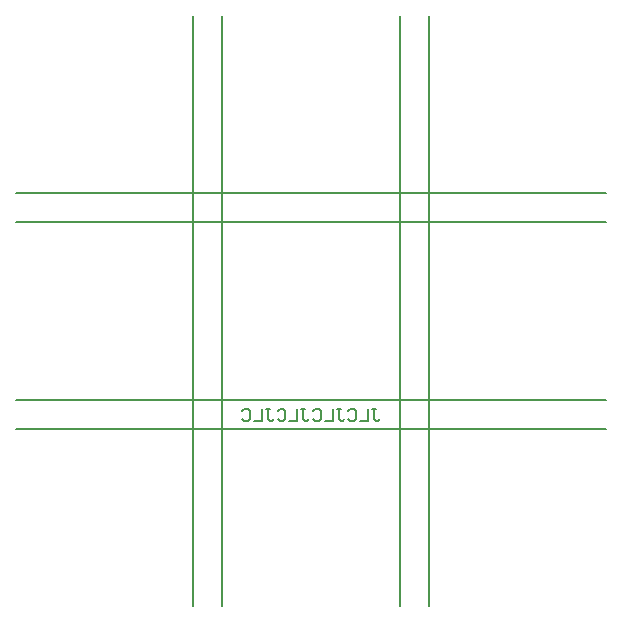
<source format=gbo>
G04*
G04 #@! TF.GenerationSoftware,Altium Limited,Altium Designer,23.9.2 (47)*
G04*
G04 Layer_Color=32896*
%FSLAX25Y25*%
%MOIN*%
G70*
G04*
G04 #@! TF.SameCoordinates,DB150F01-C1B0-45C9-8F7E-E1995157BF99*
G04*
G04*
G04 #@! TF.FilePolarity,Positive*
G04*
G01*
G75*
%ADD41C,0.00630*%
%ADD42C,0.00591*%
D41*
X-39370Y-98425D02*
Y98425D01*
X-29528Y-98425D02*
Y98425D01*
X29528Y-98425D02*
Y98425D01*
X39370Y-98425D02*
Y98425D01*
X-98425Y-39370D02*
X98425D01*
X-98425Y-29528D02*
X98425D01*
X-98425Y29528D02*
X98425D01*
X-98425Y39370D02*
X98425D01*
D42*
X20335Y-32678D02*
X21647D01*
X20991D01*
Y-35958D01*
X21647Y-36614D01*
X22302D01*
X22959Y-35958D01*
X19023Y-32678D02*
Y-36614D01*
X16399D01*
X12463Y-33334D02*
X13119Y-32678D01*
X14431D01*
X15087Y-33334D01*
Y-35958D01*
X14431Y-36614D01*
X13119D01*
X12463Y-35958D01*
X8527Y-32678D02*
X9839D01*
X9183D01*
Y-35958D01*
X9839Y-36614D01*
X10495D01*
X11151Y-35958D01*
X7215Y-32678D02*
Y-36614D01*
X4592D01*
X656Y-33334D02*
X1312Y-32678D01*
X2624D01*
X3280Y-33334D01*
Y-35958D01*
X2624Y-36614D01*
X1312D01*
X656Y-35958D01*
X-3280Y-32678D02*
X-1968D01*
X-2624D01*
Y-35958D01*
X-1968Y-36614D01*
X-1312D01*
X-656Y-35958D01*
X-4592Y-32678D02*
Y-36614D01*
X-7215D01*
X-11151Y-33334D02*
X-10495Y-32678D01*
X-9183D01*
X-8527Y-33334D01*
Y-35958D01*
X-9183Y-36614D01*
X-10495D01*
X-11151Y-35958D01*
X-15087Y-32678D02*
X-13775D01*
X-14431D01*
Y-35958D01*
X-13775Y-36614D01*
X-13119D01*
X-12463Y-35958D01*
X-16399Y-32678D02*
Y-36614D01*
X-19023D01*
X-22959Y-33334D02*
X-22302Y-32678D01*
X-20991D01*
X-20335Y-33334D01*
Y-35958D01*
X-20991Y-36614D01*
X-22302D01*
X-22959Y-35958D01*
M02*

</source>
